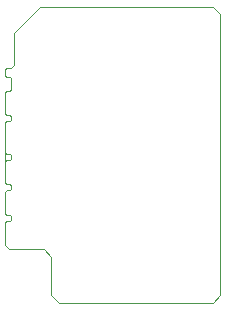
<source format=gbo>
G04 EAGLE Gerber X2 export*
%TF.Part,Single*%
%TF.FileFunction,Other,silk bottom*%
%TF.FilePolarity,Positive*%
%TF.GenerationSoftware,Autodesk,EAGLE,9.6.2*%
%TF.CreationDate,2022-04-17T11:55:35Z*%
G75*
%MOMM*%
%FSLAX34Y34*%
%LPD*%
%INsilk bottom*%
%AMOC8*
5,1,8,0,0,1.08239X$1,22.5*%
G01*
%ADD10C,0.000000*%


D10*
X0Y-36000D02*
X3000Y-39000D01*
X32500Y-39000D01*
X39000Y-45500D01*
X39000Y-78000D01*
X45500Y-84500D01*
X175500Y-84500D01*
X182000Y-78000D01*
X182000Y159500D01*
X1000Y114500D02*
X0Y113500D01*
X0Y107500D01*
X0Y94000D02*
X0Y75000D01*
X1000Y74000D01*
X4000Y74000D01*
X5000Y73000D01*
X5000Y70000D02*
X4000Y69000D01*
X1000Y69000D01*
X0Y68000D01*
X5000Y70000D02*
X5000Y73000D01*
X0Y68000D02*
X0Y42500D01*
X1000Y41500D01*
X4000Y41500D01*
X5000Y40500D01*
X5000Y37500D02*
X4000Y36500D01*
X1000Y36500D01*
X0Y35500D01*
X5000Y37500D02*
X5000Y40500D01*
X0Y42000D02*
X0Y35500D01*
X0Y16500D02*
X1000Y15500D01*
X4000Y15500D01*
X5000Y14500D01*
X5000Y11500D02*
X4000Y10500D01*
X1000Y10500D01*
X0Y9500D01*
X5000Y11500D02*
X5000Y14500D01*
X0Y-16500D02*
X0Y-36000D01*
X0Y-9500D02*
X0Y9500D01*
X0Y16500D02*
X0Y35500D01*
X0Y-9500D02*
X1000Y-10500D01*
X4000Y-10500D02*
X5000Y-11500D01*
X4000Y-10500D02*
X1000Y-10500D01*
X5000Y-11500D02*
X5000Y-14500D01*
X4000Y-15500D01*
X1000Y-15500D01*
X0Y-16500D01*
X1000Y106500D02*
X0Y107500D01*
X1000Y106500D02*
X4000Y106500D01*
X5000Y105500D01*
X5000Y96000D01*
X4000Y95000D01*
X1000Y95000D01*
X0Y94000D01*
X1000Y114500D02*
X5000Y114500D01*
X7500Y117000D01*
X7500Y144000D01*
X29500Y166000D01*
X175500Y166000D01*
X182000Y159500D01*
M02*

</source>
